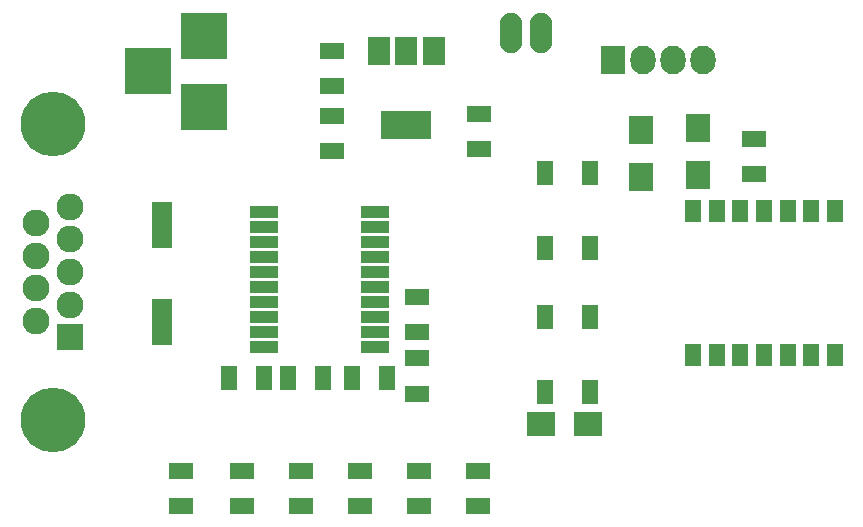
<source format=gts>
G04 #@! TF.FileFunction,Soldermask,Top*
%FSLAX46Y46*%
G04 Gerber Fmt 4.6, Leading zero omitted, Abs format (unit mm)*
G04 Created by KiCad (PCBNEW 4.0.5+dfsg1-4) date Sat Sep  8 02:59:27 2018*
%MOMM*%
%LPD*%
G01*
G04 APERTURE LIST*
%ADD10C,0.100000*%
%ADD11O,1.910000X3.410000*%
%ADD12R,3.900000X3.900000*%
%ADD13R,2.100000X2.400000*%
%ADD14R,4.200000X2.400000*%
%ADD15R,1.900000X2.400000*%
%ADD16R,2.350000X1.000000*%
%ADD17R,1.400000X2.100000*%
%ADD18R,2.000000X1.400000*%
%ADD19R,1.670000X1.370000*%
%ADD20R,1.400000X2.000000*%
%ADD21R,1.400000X1.900000*%
%ADD22R,2.400000X2.100000*%
%ADD23R,2.279600X2.279600*%
%ADD24C,2.279600*%
%ADD25C,5.480000*%
%ADD26R,2.127200X2.432000*%
%ADD27O,2.127200X2.432000*%
G04 APERTURE END LIST*
D10*
D11*
X145400000Y-77800000D03*
X147940000Y-77800000D03*
D12*
X119380000Y-84010500D03*
X119380000Y-78010500D03*
X114680000Y-81010500D03*
D13*
X156400000Y-86000000D03*
X156400000Y-90000000D03*
X161200000Y-85800000D03*
X161200000Y-89800000D03*
D14*
X136525000Y-85573000D03*
D15*
X136525000Y-79273000D03*
X134225000Y-79273000D03*
X138825000Y-79273000D03*
D16*
X133900000Y-104315000D03*
X133900000Y-103045000D03*
X133900000Y-101775000D03*
X133900000Y-100505000D03*
X133900000Y-99235000D03*
X133900000Y-97965000D03*
X133900000Y-96695000D03*
X133900000Y-95425000D03*
X133900000Y-94155000D03*
X133900000Y-92885000D03*
X124500000Y-92885000D03*
X124500000Y-94155000D03*
X124500000Y-95425000D03*
X124500000Y-96695000D03*
X124500000Y-97965000D03*
X124500000Y-99235000D03*
X124500000Y-100505000D03*
X124500000Y-101775000D03*
X124500000Y-103045000D03*
X124500000Y-104315000D03*
D17*
X152100000Y-101850000D03*
X152100000Y-108150000D03*
X148300000Y-101850000D03*
X148300000Y-108150000D03*
X152100000Y-89650000D03*
X152100000Y-95950000D03*
X148300000Y-89650000D03*
X148300000Y-95950000D03*
D18*
X117411500Y-117832000D03*
X117411500Y-114832000D03*
X142621000Y-117832000D03*
X142621000Y-114832000D03*
X137604500Y-117832000D03*
X137604500Y-114832000D03*
X132588000Y-117832000D03*
X132588000Y-114832000D03*
X127571500Y-117832000D03*
X127571500Y-114832000D03*
X122618500Y-117832000D03*
X122618500Y-114832000D03*
D19*
X115800000Y-95270000D03*
X115800000Y-94000000D03*
X115800000Y-92730000D03*
X115800000Y-103470000D03*
X115800000Y-102200000D03*
X115800000Y-100930000D03*
D20*
X124500000Y-107000000D03*
X121500000Y-107000000D03*
X131900000Y-107000000D03*
X134900000Y-107000000D03*
D18*
X137400000Y-105300000D03*
X137400000Y-108300000D03*
D20*
X129500000Y-107000000D03*
X126500000Y-107000000D03*
D18*
X130238500Y-79272000D03*
X130238500Y-82272000D03*
X142684500Y-87606000D03*
X142684500Y-84606000D03*
X137400000Y-103100000D03*
X137400000Y-100100000D03*
X165989000Y-86701500D03*
X165989000Y-89701500D03*
X130238500Y-87796500D03*
X130238500Y-84796500D03*
D21*
X172798060Y-105000000D03*
X170799080Y-105000000D03*
X160801640Y-105000000D03*
X160801640Y-92800000D03*
X162800620Y-92800000D03*
X168797560Y-92800000D03*
X166801120Y-92800000D03*
X170799080Y-92800000D03*
X164802140Y-92800000D03*
X168797560Y-105000000D03*
X162800620Y-105000000D03*
X166801120Y-105000000D03*
X164802140Y-105000000D03*
X172798060Y-92800000D03*
D22*
X151923500Y-110871000D03*
X147923500Y-110871000D03*
D23*
X108019860Y-103539740D03*
D24*
X108019860Y-100768600D03*
X108019860Y-98000000D03*
X108019860Y-95231400D03*
X108019860Y-92460260D03*
X105180140Y-102147820D03*
X105180140Y-99379220D03*
X105180140Y-96620780D03*
X105180140Y-93852180D03*
D25*
X106600000Y-110499340D03*
X106600000Y-85500660D03*
D26*
X154051000Y-80073500D03*
D27*
X156591000Y-80073500D03*
X159131000Y-80073500D03*
X161671000Y-80073500D03*
M02*

</source>
